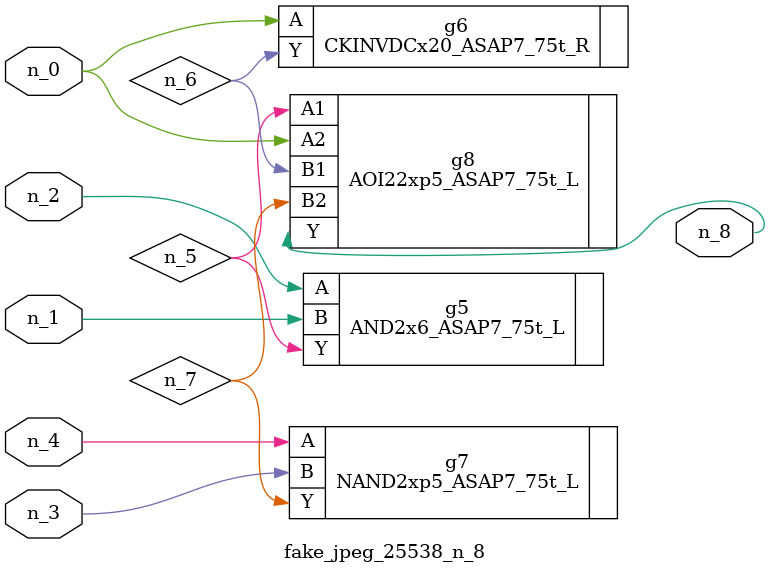
<source format=v>
module fake_jpeg_25538_n_8 (n_3, n_2, n_1, n_0, n_4, n_8);

input n_3;
input n_2;
input n_1;
input n_0;
input n_4;

output n_8;

wire n_6;
wire n_5;
wire n_7;

AND2x6_ASAP7_75t_L g5 ( 
.A(n_2),
.B(n_1),
.Y(n_5)
);

CKINVDCx20_ASAP7_75t_R g6 ( 
.A(n_0),
.Y(n_6)
);

NAND2xp5_ASAP7_75t_L g7 ( 
.A(n_4),
.B(n_3),
.Y(n_7)
);

AOI22xp5_ASAP7_75t_L g8 ( 
.A1(n_5),
.A2(n_0),
.B1(n_6),
.B2(n_7),
.Y(n_8)
);


endmodule
</source>
